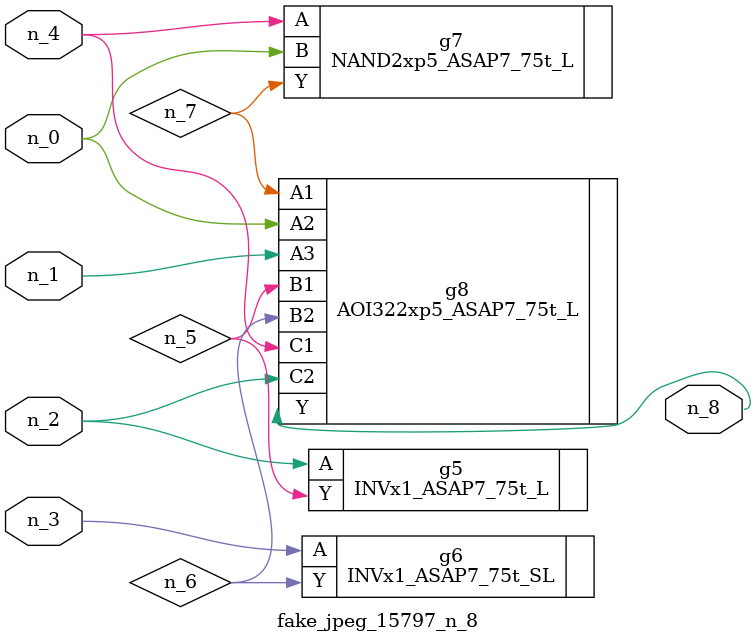
<source format=v>
module fake_jpeg_15797_n_8 (n_3, n_2, n_1, n_0, n_4, n_8);

input n_3;
input n_2;
input n_1;
input n_0;
input n_4;

output n_8;

wire n_6;
wire n_5;
wire n_7;

INVx1_ASAP7_75t_L g5 ( 
.A(n_2),
.Y(n_5)
);

INVx1_ASAP7_75t_SL g6 ( 
.A(n_3),
.Y(n_6)
);

NAND2xp5_ASAP7_75t_L g7 ( 
.A(n_4),
.B(n_0),
.Y(n_7)
);

AOI322xp5_ASAP7_75t_L g8 ( 
.A1(n_7),
.A2(n_0),
.A3(n_1),
.B1(n_5),
.B2(n_6),
.C1(n_4),
.C2(n_2),
.Y(n_8)
);


endmodule
</source>
